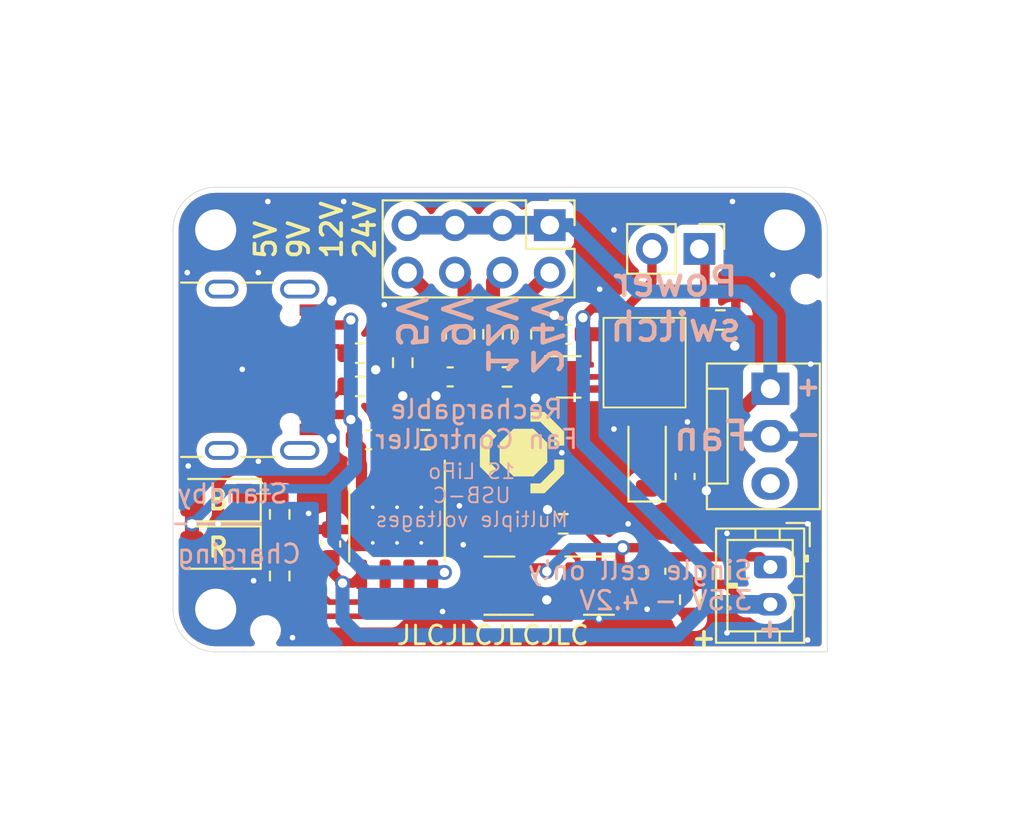
<source format=kicad_pcb>
(kicad_pcb (version 20240108) (generator "pcbnew") (generator_version "8.0")
  (title_block (title "USB Fan") (company "Abit Gray"))
  (layers (0 "F.Cu" signal) (1 "In1.Cu" power "In1.Cu (GND)") (2 "In2.Cu" power "In2.Cu (Vcc)") (31 "B.Cu" signal) (34 "B.Paste" user) (35 "F.Paste" user) (36 "B.SilkS" user "B.Silkscreen") (37 "F.SilkS" user "F.Silkscreen") (38 "B.Mask" user) (39 "F.Mask" user) (44 "Edge.Cuts" user))
  (net 0 "")
  (net 1 "GND")
  (net 2 "-BATT")
  (net 3 "+5V")
  (net 4 "+BATT")
  (net 5 "/DW01A Vcc")
  (net 6 "Net-(C5-Pad1)")
  (net 7 "Net-(D3-K)")
  (net 8 "Net-(D4-K)")
  (net 9 "Net-(D1-A)")
  (net 10 "Net-(J1-CC1)")
  (net 12 "Net-(J1-CC2)")
  (net 15 "/FET Charge")
  (net 16 "/FET Discharge")
  (net 17 "/Standby")
  (net 18 "/Charging")
  (net 19 "/Prog")
  (net 22 "Net-(U2-VM)")
  (net 28 "Net-(J3-Pin_2)")
  (net 29 "Net-(J3-Pin_4)")
  (net 30 "Net-(J3-Pin_6)")
  (net 31 "Net-(J3-Pin_8)")
  (net 32 "Net-(U4-COMP)")
  (net 33 "FB")
  (net 34 "/V_{OUT}")
  (net 35 "Net-(SW1-A)")
  (footprint "Capacitor_SMD:C_0603_1608Metric" (layer "F.Cu") (at 99.685 45.212 180)
    (property "Reference" "C4" (hide yes))
    (property "Value" "4.7uF")
    (pad "1" smd roundrect (at -0.775 0 180) (size 0.9 0.95) (layers "F.Cu" "F.Paste" "F.Mask") (net 4 "+BATT"))
    (pad "2" smd roundrect (at 0.775 0 180) (size 0.9 0.95) (layers "F.Cu" "F.Paste" "F.Mask") (net 1 "GND"))
  )
  (footprint "Resistor_SMD:R_0603_1608Metric" (layer "F.Cu") (at 106.172 59.436 90)
    (property "Reference" "R7" (hide yes))
    (property "Value" "100R")
    (pad "1" smd roundrect (at -0.825 0 90) (size 0.8 0.95) (layers "F.Cu" "F.Paste" "F.Mask") (net 5 "/DW01A Vcc"))
    (pad "2" smd roundrect (at 0.825 0 90) (size 0.8 0.95) (layers "F.Cu" "F.Paste" "F.Mask") (net 4 "+BATT"))
  )
  (footprint "Package_TO_SOT_SMD:SOT-23-6" (layer "F.Cu") (at 95.97 58.684 180)
    (property "Reference" "U3" (hide yes))
    (property "Value" "FS8205A")
    (pad "1" smd roundrect (at -1.1375 -0.95 180) (size 1.325 0.6) (layers "F.Cu" "F.Paste" "F.Mask") (net 1 "GND"))
    (pad "2" smd roundrect (at -1.1375 0 180) (size 1.325 0.6) (layers "F.Cu" "F.Paste" "F.Mask"))
    (pad "3" smd roundrect (at -1.1375 0.95 180) (size 1.325 0.6) (layers "F.Cu" "F.Paste" "F.Mask") (net 2 "-BATT"))
    (pad "4" smd roundrect (at 1.1375 0.95 180) (size 1.325 0.6) (layers "F.Cu" "F.Paste" "F.Mask") (net 16 "/FET Discharge"))
    (pad "5" smd roundrect (at 1.1375 0 180) (size 1.325 0.6) (layers "F.Cu" "F.Paste" "F.Mask"))
    (pad "6" smd roundrect (at 1.1375 -0.95 180) (size 1.325 0.6) (layers "F.Cu" "F.Paste" "F.Mask") (net 15 "/FET Charge"))
  )
  (footprint "Resistor_SMD:R_0603_1608Metric" (layer "F.Cu") (at 92.583 45.217 -90)
    (property "Reference" "R12" (hide yes))
    (property "Value" "180k")
    (pad "1" smd roundrect (at -0.825 0 270) (size 0.8 0.95) (layers "F.Cu" "F.Paste" "F.Mask") (net 31 "Net-(J3-Pin_8)"))
    (pad "2" smd roundrect (at 0.825 0 270) (size 0.8 0.95) (layers "F.Cu" "F.Paste" "F.Mask") (net 33 "FB"))
  )
  (footprint "Capacitor_SMD:C_0603_1608Metric" (layer "F.Cu") (at 104.352 57.912 90)
    (property "Reference" "C3" (hide yes))
    (property "Value" "100nF")
    (pad "1" smd roundrect (at -0.775 0 90) (size 0.9 0.95) (layers "F.Cu" "F.Paste" "F.Mask") (net 5 "/DW01A Vcc"))
    (pad "2" smd roundrect (at 0.775 0 90) (size 0.9 0.95) (layers "F.Cu" "F.Paste" "F.Mask") (net 2 "-BATT"))
  )
  (footprint "Capacitor_SMD:C_0603_1608Metric" (layer "F.Cu") (at 88.9635 50.8635)
    (property "Reference" "C1" (hide yes))
    (property "Value" "100nF")
    (pad "1" smd roundrect (at -0.775 0) (size 0.9 0.95) (layers "F.Cu" "F.Paste" "F.Mask") (net 3 "+5V"))
    (pad "2" smd roundrect (at 0.775 0) (size 0.9 0.95) (layers "F.Cu" "F.Paste" "F.Mask") (net 1 "GND"))
  )
  (footprint "Resistor_SMD:R_0603_1608Metric" (layer "F.Cu") (at 97.155 45.217 -90)
    (property "Reference" "R9" (hide yes))
    (property "Value" "30k")
    (pad "1" smd roundrect (at -0.825 0 270) (size 0.8 0.95) (layers "F.Cu" "F.Paste" "F.Mask") (net 28 "Net-(J3-Pin_2)"))
    (pad "2" smd roundrect (at 0.825 0 270) (size 0.8 0.95) (layers "F.Cu" "F.Paste" "F.Mask") (net 33 "FB"))
  )
  (footprint "Resistor_SMD:R_0603_1608Metric" (layer "F.Cu") (at 99.393 55.372 180)
    (property "Reference" "R6" (hide yes))
    (property "Value" "1k")
    (pad "1" smd roundrect (at -0.825 0 180) (size 0.8 0.95) (layers "F.Cu" "F.Paste" "F.Mask") (net 22 "Net-(U2-VM)"))
    (pad "2" smd roundrect (at 0.825 0 180) (size 0.8 0.95) (layers "F.Cu" "F.Paste" "F.Mask") (net 1 "GND"))
  )
  (footprint "Resistor_SMD:R_0603_1608Metric" (layer "F.Cu") (at 92.0115 50.8635 180)
    (property "Reference" "R5" (hide yes))
    (property "Value" "1.2k")
    (pad "1" smd roundrect (at -0.825 0 180) (size 0.8 0.95) (layers "F.Cu" "F.Paste" "F.Mask") (net 1 "GND"))
    (pad "2" smd roundrect (at 0.825 0 180) (size 0.8 0.95) (layers "F.Cu" "F.Paste" "F.Mask") (net 19 "/Prog"))
  )
  (footprint "Capacitor_SMD:C_0603_1608Metric" (layer "F.Cu") (at 105.918 52.832 -90)
    (property "Reference" "C6" (hide yes))
    (property "Value" "4.7uF")
    (pad "1" smd roundrect (at -0.775 0 270) (size 0.9 0.95) (layers "F.Cu" "F.Paste" "F.Mask") (net 34 "/V_{OUT}"))
    (pad "2" smd roundrect (at 0.775 0 270) (size 0.9 0.95) (layers "F.Cu" "F.Paste" "F.Mask") (net 1 "GND"))
  )
  (footprint "Resistor_SMD:R_0603_1608Metric" (layer "F.Cu") (at 90.795 46.736 -90)
    (property "Reference" "R13" (hide yes))
    (property "Value" "10k")
    (pad "1" smd roundrect (at -0.825 0 270) (size 0.8 0.95) (layers "F.Cu" "F.Paste" "F.Mask") (net 33 "FB"))
    (pad "2" smd roundrect (at 0.825 0 270) (size 0.8 0.95) (layers "F.Cu" "F.Paste" "F.Mask") (net 1 "GND"))
  )
  (footprint "MountingHole:MountingHole_2.2mm_M2_ISO7380_Pad" (layer "F.Cu") (at 80.772 39.624)
    (property "Reference" "H3" (hide yes))
    (property "Value" "MountingHole_Pad")
    (pad "1" thru_hole circle (at 0 0) (size 3.5 3.5) (drill 2.2) (layers "*.Cu" "*.Mask") (net 1 "GND"))
  )
  (footprint "MountingHole:MountingHole_2.2mm_M2_ISO7380_Pad" (layer "F.Cu") (at 111.252 39.624)
    (property "Reference" "H4" (hide yes))
    (property "Value" "MountingHole_Pad")
    (pad "1" thru_hole circle (at 0 0) (size 3.5 3.5) (drill 2.2) (layers "*.Cu" "*.Mask") (net 1 "GND"))
  )
  (footprint "Connector_JST:JST_PH_B2B-PH-K_1x02_P2.00mm_Vertical" (layer "F.Cu") (at 110.49 57.684 -90)
    (property "Reference" "BT1" (hide yes))
    (property "Value" "Conn_01x02")
    (pad "1" thru_hole roundrect (at 0 0 270) (size 1.2 1.75) (drill 0.75) (layers "*.Cu" "*.Mask") (roundrect_rratio 0.208333) (net 2 "-BATT"))
    (pad "2" thru_hole oval (at 2 0 270) (size 1.2 1.75) (drill 0.75) (layers "*.Cu" "*.Mask") (net 4 "+BATT"))
  )
  (footprint "Connector_USB:USB_C_Receptacle_GCT_USB4105-xx-A_16P_TopMnt_Horizontal" (layer "F.Cu") (at 82.169 47.117 -90)
    (property "Reference" "J1" (hide yes))
    (property "Value" "USB-C (Female)")
    (pad "" np_thru_hole circle (at -2.89 -2.605 270) (size 0.65 0.65) (drill 0.65) (layers "F&B.Cu" "*.Mask"))
    (pad "" np_thru_hole circle (at 2.89 -2.605 270) (size 0.65 0.65) (drill 0.65) (layers "F&B.Cu" "*.Mask"))
    (pad "A1" smd rect (at -3.2 -3.68 270) (size 0.6 1.15) (layers "F.Cu" "F.Paste" "F.Mask") (net 1 "GND"))
    (pad "A4" smd rect (at -2.4 -3.68 270) (size 0.6 1.15) (layers "F.Cu" "F.Paste" "F.Mask") (net 3 "+5V"))
    (pad "A5" smd rect (at -1.25 -3.68 270) (size 0.3 1.15) (layers "F.Cu" "F.Paste" "F.Mask") (net 10 "Net-(J1-CC1)"))
    (pad "A6" smd rect (at -0.25 -3.68 270) (size 0.3 1.15) (layers "F.Cu" "F.Paste" "F.Mask"))
    (pad "A7" smd rect (at 0.25 -3.68 270) (size 0.3 1.15) (layers "F.Cu" "F.Paste" "F.Mask"))
    (pad "A8" smd rect (at 1.25 -3.68 270) (size 0.3 1.15) (layers "F.Cu" "F.Paste" "F.Mask"))
    (pad "A9" smd rect (at 2.4 -3.68 270) (size 0.6 1.15) (layers "F.Cu" "F.Paste" "F.Mask") (net 3 "+5V"))
    (pad "A12" smd rect (at 3.2 -3.68 270) (size 0.6 1.15) (layers "F.Cu" "F.Paste" "F.Mask") (net 1 "GND"))
    (pad "B1" smd rect (at 3.2 -3.68 270) (size 0.6 1.15) (layers "F.Cu" "F.Paste" "F.Mask") (net 1 "GND"))
    (pad "B4" smd rect (at 2.4 -3.68 270) (size 0.6 1.15) (layers "F.Cu" "F.Paste" "F.Mask") (net 3 "+5V"))
    (pad "B5" smd rect (at 1.75 -3.68 270) (size 0.3 1.15) (layers "F.Cu" "F.Paste" "F.Mask") (net 12 "Net-(J1-CC2)"))
    (pad "B6" smd rect (at 0.75 -3.68 270) (size 0.3 1.15) (layers "F.Cu" "F.Paste" "F.Mask"))
    (pad "B7" smd rect (at -0.75 -3.68 270) (size 0.3 1.15) (layers "F.Cu" "F.Paste" "F.Mask"))
    (pad "B8" smd rect (at -1.75 -3.68 270) (size 0.3 1.15) (layers "F.Cu" "F.Paste" "F.Mask"))
    (pad "B9" smd rect (at -2.4 -3.68 270) (size 0.6 1.15) (layers "F.Cu" "F.Paste" "F.Mask") (net 3 "+5V"))
    (pad "B12" smd rect (at -3.2 -3.68 270) (size 0.6 1.15) (layers "F.Cu" "F.Paste" "F.Mask") (net 1 "GND"))
    (pad "S1" thru_hole oval (at -4.32 -3.105 270) (size 1 2.1) (drill oval 0.6 1.7) (layers "*.Cu" "*.Mask" "F.Paste"))
    (pad "S1" thru_hole oval (at -4.32 1.075 270) (size 1 1.8) (drill oval 0.6 1.4) (layers "*.Cu" "*.Mask" "F.Paste"))
    (pad "S1" thru_hole oval (at 4.32 -3.105 270) (size 1 2.1) (drill oval 0.6 1.7) (layers "*.Cu" "*.Mask" "F.Paste"))
    (pad "S1" thru_hole oval (at 4.32 1.075 270) (size 1 1.8) (drill oval 0.6 1.4) (layers "*.Cu" "*.Mask" "F.Paste"))
  )
  (footprint "Custom:JLCPCB ToolingHole" (layer "F.Cu") (at 83.439 61.087)
    (property "Reference" "H1" (hide yes))
    (property "Value" "MountingHole_Pad")
    (pad "" np_thru_hole circle (at 0 0) (size 1.152 1.152) (drill 1.152) (layers "F&B.Cu" "*.Mask"))
  )
  (footprint "Custom:JLCPCB ToolingHole" (layer "F.Cu") (at 112.395 42.799)
    (property "Reference" "H2" (hide yes))
    (property "Value" "MountingHole_Pad")
    (pad "" np_thru_hole circle (at 0 0) (size 1.152 1.152) (drill 1.152) (layers "F&B.Cu" "*.Mask"))
  )
  (footprint "MountingHole:MountingHole_2.2mm_M2_ISO7380_Pad" (layer "F.Cu") (at 80.772 59.944)
    (property "Reference" "H6" (hide yes))
    (property "Value" "MountingHole_Pad")
    (pad "1" thru_hole circle (at 0 0) (size 3.5 3.5) (drill 2.2) (layers "*.Cu" "*.Mask") (net 1 "GND"))
  )
  (footprint "Resistor_SMD:R_0603_1608Metric" (layer "F.Cu") (at 88.519 46.228)
    (property "Reference" "R1" (hide yes))
    (property "Value" "5.1k")
    (pad "1" smd roundrect (at -0.825 0) (size 0.8 0.95) (layers "F.Cu" "F.Paste" "F.Mask") (net 10 "Net-(J1-CC1)"))
    (pad "2" smd roundrect (at 0.825 0) (size 0.8 0.95) (layers "F.Cu" "F.Paste" "F.Mask") (net 1 "GND"))
  )
  (footprint "Resistor_SMD:R_0603_1608Metric" (layer "F.Cu") (at 84.201 58.166 90)
    (property "Reference" "R4" (hide yes))
    (property "Value" "10k")
    (pad "1" smd roundrect (at -0.825 0 90) (size 0.8 0.95) (layers "F.Cu" "F.Paste" "F.Mask") (net 18 "/Charging"))
    (pad "2" smd roundrect (at 0.825 0 90) (size 0.8 0.95) (layers "F.Cu" "F.Paste" "F.Mask") (net 8 "Net-(D4-K)"))
  )
  (footprint "Connector:FanPinHeader_1x03_P2.54mm_Vertical" (layer "F.Cu") (at 110.49 48.133 -90)
    (property "Reference" "J2" (hide yes))
    (property "Value" "Fan")
    (pad "1" thru_hole rect (at 0 0) (size 2.03 1.73) (drill 1.02) (layers "*.Cu" "*.Mask") (net 34 "/V_{OUT}"))
    (pad "2" thru_hole oval (at 2.54 0) (size 2.03 1.73) (drill 1.02) (layers "*.Cu" "*.Mask") (net 1 "GND"))
    (pad "3" thru_hole oval (at 5.08 0) (size 2.03 1.73) (drill 1.02) (layers "*.Cu" "*.Mask"))
  )
  (footprint "Resistor_SMD:R_0603_1608Metric" (layer "F.Cu") (at 107.813 44.45)
    (property "Reference" "R14" (hide yes))
    (property "Value" "10k")
    (pad "1" smd roundrect (at -0.825 0) (size 0.8 0.95) (layers "F.Cu" "F.Paste" "F.Mask") (net 35 "Net-(SW1-A)"))
    (pad "2" smd roundrect (at 0.825 0) (size 0.8 0.95) (layers "F.Cu" "F.Paste" "F.Mask") (net 1 "GND"))
  )
  (footprint "Package_SO:HSOP-8-1EP_3.9x4.9mm_P1.27mm_EP2.41x3.1mm_ThermalVias" (layer "F.Cu") (at 90.4875 55.4355 -90)
    (property "Reference" "U1" (hide yes))
    (property "Value" "TP4056")
    (pad "1" smd roundrect (at -2.65 -1.905 270) (size 1.6 0.6) (layers "F.Cu" "F.Paste" "F.Mask") (net 1 "GND"))
    (pad "2" smd roundrect (at -2.65 -0.635 270) (size 1.6 0.6) (layers "F.Cu" "F.Paste" "F.Mask") (net 19 "/Prog"))
    (pad "3" smd roundrect (at -2.65 0.635 270) (size 1.6 0.6) (layers "F.Cu" "F.Paste" "F.Mask") (net 1 "GND"))
    (pad "4" smd roundrect (at -2.65 1.905 270) (size 1.6 0.6) (layers "F.Cu" "F.Paste" "F.Mask") (net 3 "+5V"))
    (pad "5" smd roundrect (at 2.65 1.905 270) (size 1.6 0.6) (layers "F.Cu" "F.Paste" "F.Mask") (net 4 "+BATT"))
    (pad "6" smd roundrect (at 2.65 0.635 270) (size 1.6 0.6) (layers "F.Cu" "F.Paste" "F.Mask") (net 17 "/Standby"))
    (pad "7" smd roundrect (at 2.65 -0.635 270) (size 1.6 0.6) (layers "F.Cu" "F.Paste" "F.Mask") (net 18 "/Charging"))
    (pad "8" smd roundrect (at 2.65 -1.905 270) (size 1.6 0.6) (layers "F.Cu" "F.Paste" "F.Mask") (net 3 "+5V"))
    (pad "9" thru_hole circle (at -0.955 -1.3 270) (size 0.5 0.5) (drill 0.2) (layers "*.Cu") (net 1 "GND"))
    (pad "9" thru_hole circle (at -0.955 0 270) (size 0.5 0.5) (drill 0.2) (layers "*.Cu") (net 1 "GND"))
    (pad "9" thru_hole circle (at -0.955 1.3 270) (size 0.5 0.5) (drill 0.2) (layers "*.Cu") (net 1 "GND"))
    (pad "9" smd rect (at 0 0 270) (size 2.41 3.1) (layers "F.Cu" "F.Mask") (net 1 "GND"))
    (pad "9" smd rect (at 0 0 270) (size 2.41 3.1) (layers "B.Cu") (net 1 "GND"))
    (pad "9" thru_hole circle (at 0.955 -1.3 270) (size 0.5 0.5) (drill 0.2) (layers "*.Cu") (net 1 "GND"))
    (pad "9" thru_hole circle (at 0.955 0 270) (size 0.5 0.5) (drill 0.2) (layers "*.Cu") (net 1 "GND"))
    (pad "9" thru_hole circle (at 0.955 1.3 270) (size 0.5 0.5) (drill 0.2) (layers "*.Cu") (net 1 "GND"))
  )
  (footprint "Custom:Inductor 4x4" (layer "F.Cu") (at 103.749 46.736)
    (property "Reference" "L1" (hide yes))
    (property "Value" "10uH")
    (pad "1" smd roundrect (at 0 -1.5) (size 3.7 1.2) (layers "F.Cu" "F.Paste" "F.Mask") (net 4 "+BATT"))
    (pad "2" smd roundrect (at 0 1.5) (size 3.7 1.2) (layers "F.Cu" "F.Paste" "F.Mask") (net 9 "Net-(D1-A)"))
  )
  (footprint "Resistor_SMD:R_0603_1608Metric" (layer "F.Cu") (at 84.201 54.864 90)
    (property "Reference" "R3" (hide yes))
    (property "Value" "10k")
    (pad "1" smd roundrect (at -0.825 0 90) (size 0.8 0.95) (layers "F.Cu" "F.Paste" "F.Mask") (net 17 "/Standby"))
    (pad "2" smd roundrect (at 0.825 0 90) (size 0.8 0.95) (layers "F.Cu" "F.Paste" "F.Mask") (net 7 "Net-(D3-K)"))
  )
  (footprint "Resistor_SMD:R_0603_1608Metric" (layer "F.Cu") (at 88.519 48.006)
    (property "Reference" "R2" (hide yes))
    (property "Value" "5.1k")
    (pad "1" smd roundrect (at -0.825 0) (size 0.8 0.95) (layers "F.Cu" "F.Paste" "F.Mask") (net 12 "Net-(J1-CC2)"))
    (pad "2" smd roundrect (at 0.825 0) (size 0.8 0.95) (layers "F.Cu" "F.Paste" "F.Mask") (net 1 "GND"))
  )
  (footprint "Resistor_SMD:R_0603_1608Metric" (layer "F.Cu") (at 94.107 45.217 -90)
    (property "Reference" "R11" (hide yes))
    (property "Value" "82k")
    (pad "1" smd roundrect (at -0.825 0 270) (size 0.8 0.95) (layers "F.Cu" "F.Paste" "F.Mask") (net 30 "Net-(J3-Pin_6)"))
    (pad "2" smd roundrect (at 0.825 0 270) (size 0.8 0.95) (layers "F.Cu" "F.Paste" "F.Mask") (net 33 "FB"))
  )
  (footprint "Capacitor_SMD:C_0603_1608Metric" (layer "F.Cu") (at 93.335 47.498 180)
    (property "Reference" "C5" (hide yes))
    (property "Value" "10nF")
    (pad "1" smd roundrect (at -0.775 0 180) (size 0.9 0.95) (layers "F.Cu" "F.Paste" "F.Mask") (net 6 "Net-(C5-Pad1)"))
    (pad "2" smd roundrect (at 0.775 0 180) (size 0.9 0.95) (layers "F.Cu" "F.Paste" "F.Mask") (net 1 "GND"))
  )
  (footprint "Package_DFN_QFN:DFN-6-1EP_2x2mm_P0.65mm_EP1.01x1.7mm" (layer "F.Cu") (at 99.685 47.498)
    (property "Reference" "U4" (hide yes))
    (property "Value" "TPS61170")
    (pad "1" smd roundrect (at -1.0275 -0.65) (size 0.645 0.3) (layers "F.Cu" "F.Paste" "F.Mask") (net 33 "FB"))
    (pad "2" smd roundrect (at -1.0275 0) (size 0.645 0.3) (layers "F.Cu" "F.Paste" "F.Mask") (net 32 "Net-(U4-COMP)"))
    (pad "3" smd roundrect (at -1.0275 0.65) (size 0.645 0.3) (layers "F.Cu" "F.Paste" "F.Mask") (net 1 "GND"))
    (pad "4" smd roundrect (at 1.0275 0.65) (size 0.645 0.3) (layers "F.Cu" "F.Paste" "F.Mask") (net 9 "Net-(D1-A)"))
    (pad "5" smd roundrect (at 1.0275 0) (size 0.645 0.3) (layers "F.Cu" "F.Paste" "F.Mask") (net 35 "Net-(SW1-A)"))
    (pad "6" smd roundrect (at 1.0275 -0.65) (size 0.645 0.3) (layers "F.Cu" "F.Paste" "F.Mask") (net 4 "+BATT"))
    (pad "7" smd rect (at 0 0) (size 1.01 1.7) (layers "F.Cu" "F.Mask") (net 1 "GND"))
  )
  (footprint "Resistor_SMD:R_0603_1608Metric" (layer "F.Cu") (at 96.383 47.498 180)
    (property "Reference" "R8" (hide yes))
    (property "Value" "4.99k")
    (pad "1" smd roundrect (at -0.825 0 180) (size 0.8 0.95) (layers "F.Cu" "F.Paste" "F.Mask") (net 32 "Net-(U4-COMP)"))
    (pad "2" smd roundrect (at 0.825 0 180) (size 0.8 0.95) (layers "F.Cu" "F.Paste" "F.Mask") (net 6 "Net-(C5-Pad1)"))
  )
  (footprint "Resistor_SMD:R_0603_1608Metric" (layer "F.Cu") (at 95.631 45.217 -90)
    (property "Reference" "R10" (hide yes))
    (property "Value" "62k")
    (pad "1" smd roundrect (at -0.825 0 270) (size 0.8 0.95) (layers "F.Cu" "F.Paste" "F.Mask") (net 29 "Net-(J3-Pin_4)"))
    (pad "2" smd roundrect (at 0.825 0 270) (size 0.8 0.95) (layers "F.Cu" "F.Paste" "F.Mask") (net 33 "FB"))
  )
  (footprint "LED_SMD:LED_1206_3216Metric" (layer "F.Cu") (at 80.899 54.102 180)
    (property "Reference" "D3" (hide yes))
    (property "Value" "Blue")
    (pad "1" smd roundrect (at -1.4 0 180) (size 1.25 1.75) (layers "F.Cu" "F.Paste" "F.Mask") (roundrect_rratio 0.2) (net 7 "Net-(D3-K)"))
    (pad "2" smd roundrect (at 1.4 0 180) (size 1.25 1.75) (layers "F.Cu" "F.Paste" "F.Mask") (roundrect_rratio 0.2) (net 3 "+5V"))
  )
  (footprint "Diode_SMD:D_SOD-123" (layer "F.Cu") (at 103.886 51.816 90)
    (property "Reference" "D1" (hide yes))
    (property "Value" "MBR0540")
    (pad "1" smd roundrect (at -1.65 0 90) (size 0.9 1.2) (layers "F.Cu" "F.Paste" "F.Mask") (net 34 "/V_{OUT}"))
    (pad "2" smd roundrect (at 1.65 0 90) (size 0.9 1.2) (layers "F.Cu" "F.Paste" "F.Mask") (net 9 "Net-(D1-A)"))
  )
  (footprint "Capacitor_SMD:C_0603_1608Metric" (layer "F.Cu") (at 86.9315 56.4515 90)
    (property "Reference" "C2" (hide yes))
    (property "Value" "10uF")
    (pad "1" smd roundrect (at -0.775 0 90) (size 0.9 0.95) (layers "F.Cu" "F.Paste" "F.Mask") (net 4 "+BATT"))
    (pad "2" smd roundrect (at 0.775 0 90) (size 0.9 0.95) (layers "F.Cu" "F.Paste" "F.Mask") (net 1 "GND"))
  )
  (footprint "LED_SMD:LED_1206_3216Metric" (layer "F.Cu") (at 80.899 56.642 180)
    (property "Reference" "D4" (hide yes))
    (property "Value" "Red")
    (pad "1" smd roundrect (at -1.4 0 180) (size 1.25 1.75) (layers "F.Cu" "F.Paste" "F.Mask") (roundrect_rratio 0.2) (net 8 "Net-(D4-K)"))
    (pad "2" smd roundrect (at 1.4 0 180) (size 1.25 1.75) (layers "F.Cu" "F.Paste" "F.Mask") (roundrect_rratio 0.2) (net 3 "+5V"))
  )
  (footprint "Connector_PinHeader_2.54mm:PinHeader_2x04_P2.54mm_Vertical" (layer "F.Cu") (at 98.669 39.37 -90)
    (property "Reference" "J3" (hide yes))
    (property "Value" "Fan Voltage")
    (pad "1" thru_hole rect (at 0 0 270) (size 1.7 1.7) (drill 1) (layers "*.Cu" "*.Mask") (net 34 "/V_{OUT}"))
    (pad "2" thru_hole oval (at 2.54 0 270) (size 1.7 1.7) (drill 1) (layers "*.Cu" "*.Mask") (net 28 "Net-(J3-Pin_2)"))
    (pad "3" thru_hole oval (at 0 2.54 270) (size 1.7 1.7) (drill 1) (layers "*.Cu" "*.Mask") (net 34 "/V_{OUT}"))
    (pad "4" thru_hole oval (at 2.54 2.54 270) (size 1.7 1.7) (drill 1) (layers "*.Cu" "*.Mask") (net 29 "Net-(J3-Pin_4)"))
    (pad "5" thru_hole oval (at 0 5.08 270) (size 1.7 1.7) (drill 1) (layers "*.Cu" "*.Mask") (net 34 "/V_{OUT}"))
    (pad "6" thru_hole oval (at 2.54 5.08 270) (size 1.7 1.7) (drill 1) (layers "*.Cu" "*.Mask") (net 30 "Net-(J3-Pin_6)"))
    (pad "7" thru_hole oval (at 0 7.62 270) (size 1.7 1.7) (drill 1) (layers "*.Cu" "*.Mask") (net 34 "/V_{OUT}"))
    (pad "8" thru_hole oval (at 2.54 7.62 270) (size 1.7 1.7) (drill 1) (layers "*.Cu" "*.Mask") (net 31 "Net-(J3-Pin_8)"))
  )
  (footprint "Connector_PinHeader_2.54mm:PinHeader_1x02_P2.54mm_Vertical" (layer "F.Cu") (at 106.685 40.64 -90)
    (property "Reference" "SW1" (hide yes))
    (property "Value" "Power")
    (pad "1" thru_hole rect (at 0 0 270) (size 1.7 1.7) (drill 1) (layers "*.Cu" "*.Mask") (net 35 "Net-(SW1-A)"))
    (pad "2" thru_hole oval (at 0 2.54 270) (size 1.7 1.7) (drill 1) (layers "*.Cu" "*.Mask") (net 4 "+BATT"))
  )
  (footprint "Package_TO_SOT_SMD:SOT-23-6" (layer "F.Cu") (at 101.304 58.684)
    (property "Reference" "U2" (hide yes))
    (property "Value" "DW01A-G")
    (pad "1" smd roundrect (at -1.1375 -0.95) (size 1.325 0.6) (layers "F.Cu" "F.Paste" "F.Mask") (net 16 "/FET Discharge"))
    (pad "2" smd roundrect (at -1.1375 0) (size 1.325 0.6) (layers "F.Cu" "F.Paste" "F.Mask") (net 22 "Net-(U2-VM)"))
    (pad "3" smd roundrect (at -1.1375 0.95) (size 1.325 0.6) (layers "F.Cu" "F.Paste" "F.Mask") (net 15 "/FET Charge"))
    (pad "4" smd roundrect (at 1.1375 0.95) (size 1.325 0.6) (layers "F.Cu" "F.Paste" "F.Mask"))
    (pad "5" smd roundrect (at 1.1375 0) (size 1.325 0.6) (layers "F.Cu" "F.Paste" "F.Mask") (net 5 "/DW01A Vcc"))
    (pad "6" smd roundrect (at 1.1375 -0.95) (size 1.325 0.6) (layers "F.Cu" "F.Paste" "F.Mask") (net 2 "-BATT"))
  )
  (gr_line (start 78.613 55.372) (end 83.185 55.372) (stroke (width 0.1524)) (layer "B.SilkS"))
  (gr_poly (pts (xy 98.912532 52.457821) (xy 98.164178 53.206177) (xy 97.635011 53.206177) (xy 97.635011 53.735343) (xy 98.383366 53.735343) (xy 99.441699 52.67701) (xy 99.441699 51.928656) (xy 98.912532 51.928657)) (fill solid) (layer "F.SilkS"))
  (gr_poly (pts (xy 97.635011 49.90278) (xy 98.164178 49.90278) (xy 98.912532 50.651134) (xy 98.912532 51.180301) (xy 99.441699 51.180301) (xy 99.441699 50.431946) (xy 98.383366 49.373613) (xy 97.635011 49.373613)) (fill solid) (layer "F.SilkS"))
  (gr_poly (pts (xy 94.924979 50.806123) (xy 94.924979 52.302833) (xy 95.454146 52.831999) (xy 95.828322 52.457822) (xy 95.454146 52.083645) (xy 95.454146 51.025312) (xy 95.828323 50.651134) (xy 95.454146 50.276957)) (fill solid) (layer "F.SilkS"))
  (gr_poly (pts (xy 95.983312 51.025312) (xy 95.983313 52.083645) (xy 96.731667 52.831999) (xy 97.79 52.832) (xy 98.538355 52.083645) (xy 98.538355 51.025312) (xy 97.79 50.276957) (xy 96.731668 50.276957)) (fill solid) (layer "F.SilkS"))
  (gr_arc (start 111.252 37.338) (mid 112.868446 38.007554) (end 113.538 39.624) (stroke (width 0.0381)) (layer "Edge.Cuts"))
  (gr_arc (start 78.486 39.624) (mid 79.155554 38.007554) (end 80.772 37.338) (stroke (width 0.0381)) (layer "Edge.Cuts"))
  (gr_line (start 113.538 62.23) (end 80.772 62.23) (stroke (width 0.0381)) (layer "Edge.Cuts"))
  (gr_arc (start 80.772 62.23) (mid 79.155554 61.560446) (end 78.486 59.944) (stroke (width 0.0381)) (layer "Edge.Cuts"))
  (gr_line (start 80.772 37.338) (end 111.252 37.338) (stroke (width 0.0381)) (layer "Edge.Cuts"))
  (gr_line (start 78.486 59.944) (end 78.486 39.624) (stroke (width 0.0381)) (layer "Edge.Cuts"))
  (gr_line (start 113.538 39.624) (end 113.538 62.23) (stroke (width 0.0381)) (layer "Edge.Cuts"))
  (gr_text "Rechargable\nFan Controller" (at 94.742 50.038 0) (layer "B.SilkS") (effects (font (size 1 1)) (justify mirror)))
  (gr_text "Standby\n\nCharging" (at 78.613 55.372 0) (layer "B.SilkS") (effects (font (size 1 1)) (justify right mirror)))
  (gr_text "+" (at 112.522 48.006 0) (layer "B.SilkS") (effects (font (size 1 1) (thickness 0.2) (bold yes)) (justify mirror)))
  (gr_text "Single cell only\n3.5V - 4.2V" (at 109.601 58.674 0) (layer "B.SilkS") (effects (font (size 1 1)) (justify left mirror)))
  (gr_text "Fan" (at 109.474 50.673 0) (layer "B.SilkS") (effects (font (size 1.5 1.5) (thickness 0.25) (bold yes)) (justify left mirror)))
  (gr_text "24V\n12V\n9V\n5V" (at 94.859 43.053 270) (layer "B.SilkS") (effects (font (size 1.5 1.5) (thickness 0.25) (bold yes)) (justify right mirror)))
  (gr_text "-" (at 112.522 50.546 0) (layer "B.SilkS") (effects (font (size 1 1) (thickness 0.2) (bold yes)) (justify mirror)))
  (gr_text "Power\nswitch" (at 105.41 41.529 0) (layer "B.SilkS") (effects (font (size 1.5 1.5) (thickness 0.25) (bold yes)) (justify top mirror)))
  (gr_text "1S LiPo\nUSB-C\nMultiple voltages" (at 94.488 53.848 0) (layer "B.SilkS") (effects (font (size 0.8 0.8) (thickness 0.1)) (justify mirror)))
  (gr_text "+" (at 110.4674 60.96 0) (layer "B.SilkS") (effects (font (size 1 1) (thickness 0.2) (bold yes)) (justify mirror)))
  (gr_text "-" (at 112.522 50.546 0) (layer "F.SilkS") (effects (font (size 1 1) (thickness 0.2) (bold yes))))
  (gr_text "B" (at 80.899 54.102 0) (layer "F.SilkS") (effects (font (size 1 1) (thickness 0.2) (bold yes))))
  (gr_text "+" (at 106.934 61.468 0) (layer "F.SilkS") (effects (font (size 1 1) (thickness 0.2) (bold yes))))
  (gr_text "+" (at 112.522 48.006 0) (layer "F.SilkS") (effects (font (size 1 1) (thickness 0.2) (bold yes))))
  (gr_text "R" (at 80.899 56.642 0) (layer "F.SilkS") (effects (font (size 1 1) (thickness 0.2) (bold yes))))
  (gr_text "5V\n9V\n12V\n24V" (at 89.408 41.275 90) (layer "F.SilkS") (effects (font (size 1.1 1.1) (thickness 0.2) (bold yes)) (justify left bottom)))
  (gr_text "JLCJLCJLCJLC" (at 95.621 61.341 0) (layer "F.SilkS") (effects (font (size 1 1))))
  (segment (start 108.638 45.794) (end 108.638 44.45) (width 0.75) (layer "F.Cu") (net 1))
  (segment (start 86.512 43.917) (end 86.995 43.434) (width 0.5) (layer "F.Cu") (net 1))
  (segment (start 99.416 48.148) (end 98.6575 48.148) (width 0.25) (layer "F.Cu") (net 1))
  (segment (start 92.3925 53.8755) (end 91.7875 54.4805) (width 0.3) (layer "F.Cu") (net 1))
  (segment (start 92.573 48.514) (end 92.56 48.501) (width 0.5) (layer "F.Cu") (net 1))
  (segment (start 85.849 50.317) (end 86.512 50.317) (width 0.5) (layer "F.Cu") (net 1))
  (segment (start 98.51 59.446) (end 98.322 59.634) (width 0.5) (layer "F.Cu") (net 1))
  (segment (start 92.3925 52.7855) (end 92.3925 51.3075) (width 0.5) (layer "F.Cu") (net 1))
  (segment (start 90.795 48.514) (end 90.795 47.561) (width 0.5) (layer "F.Cu") (net 1))
  (segment (start 85.849 43.917) (end 86.512 43.917) (width 0.5) (layer "F.Cu") (net 1))
  (segment (start 89.2175 55.4355) (end 90.4875 55.4355) (width 0.5) (layer "F.Cu") (net 1))
  (segment (start 98.322 59.634) (end 97.1075 59.634) (width 0.5) (layer "F.Cu") (net 1))
  (segment (start 108.585 45.847) (end 108.638 45.794) (width 0.75) (layer "F.Cu") (net 1))
  (segment (start 98.568 54.626) (end 98.552 54.61) (width 0.75) (layer "F.Cu") (net 1))
  (segment (start 86.512 50.317) (end 86.995 50.8) (width 0.5) (layer "F.Cu") (net 1))
  (segment (start 105.918 53.607) (end 105.931 53.594) (width 0.75) (layer "F.Cu") (net 1))
  (segment (start 89.8525 52.7855) (end 89.8525 54.8005) (width 0.5) (layer "F.Cu") (net 1))
  (segment (start 89.8525 52.7855) (end 89.8525 50.9775) (width 0.5) (layer "F.Cu") (net 1))
  (segment (start 98.4 48.148) (end 97.907 48.641) (width 0.4) (layer "F.Cu") (net 1))
  (segment (start 92.3925 52.7855) (end 92.3925 53.8755) (width 0.3) (layer "F.Cu") (net 1))
  (segment (start 86.9315 55.6765) (end 86.9318 55.6768) (width 0.5) (layer "F.Cu") (net 1))
  (segment (start 88.9762 55.6768) (end 89.2175 55.4355) (width 0.5) (layer "F.Cu") (net 1))
  (segment (start 92.56 48.501) (end 92.56 47.498) (width 0.5) (layer "F.Cu") (net 1))
  (segment (start 98.6575 48.148) (end 98.4 48.148) (width 0.4) (layer "F.Cu") (net 1))
  (segment (start 92.3925 51.3075) (end 92.8365 50.8635) (width 0.5) (layer "F.Cu") (net 1))
  (segment (start 99.685 47.498) (end 99.685 47.879) (width 0.25) (layer "F.Cu") (net 1))
  (segment (start 105.931 53.594) (end 107.061 53.594) (width 0.75) (layer "F.Cu") (net 1))
  (segment (start 98.91 45.212) (end 98.91 44.209) (width 0.75) (layer "F.Cu") (net 1))
  (segment (start 89.8525 50.9775) (end 89.7385 50.8635) (width 0.5) (layer "F.Cu") (net 1))
  (segment (start 86.9318 55.6768) (end 88.9762 55.6768) (width 0.5) (layer "F.Cu") (net 1))
  (segment (start 98.91 44.209) (end 98.923 44.196) (width 0.75) (layer "F.Cu") (net 1))
  (segment (start 89.344 48.006) (end 89.344 46.228) (width 0.75) (layer "F.Cu") (net 1))
  (segment (start 98.568 55.372) (end 98.568 54.626) (width 0.75) (layer "F.Cu") (net 1))
  (segment (start 89.8525 54.8005) (end 90.4875 55.4355) (width 0.5) (layer "F.Cu") (net 1))
  (segment (start 99.685 47.879) (end 99.416 48.148) (width 0.25) (layer "F.Cu") (net 1))
  (via (at 83.058 52.0192) (size 0.5) (drill 0.3) (layers "F.Cu" "B.Cu") (net 1))
  (via (at 110.617 42.037) (size 0.5) (drill 0.3) (layers "F.Cu" "B.Cu") (net 1))
  (via (at 79.2988 52.2732) (size 0.5) (drill 0.3) (layers "F.Cu" "B.Cu") (net 1))
  (via (at 102.108 39.624) (size 0.5) (drill 0.3) (layers "F.Cu" "B.Cu") (net 1))
  (via (at 85.7504 54.8132) (size 0.5) (drill 0.3) (layers "F.Cu" "B.Cu") (net 1))
  (via (at 90.795 48.514) (size 0.8) (drill 0.5) (layers "F.Cu" "B.Cu") (net 1))
  (via (at 82.1944 47.0916) (size 0.5) (drill 0.3) (layers "F.Cu" "B.Cu") (net 1))
  (via (at 108.458 38.1) (size 0.5) (drill 0.3) (layers "F.Cu" "B.Cu") (net 1))
  (via (at 108.585 45.847) (size 0.8) (drill 0.5) (layers "F.Cu" "B.Cu") (net 1))
  (via (at 84.8868 61.468) (size 0.5) (drill 0.3) (layers "F.Cu" "B.Cu") (net 1))
  (via (at 92.926 60.071) (size 0.5) (drill 0.3) (layers "F.Cu" "B.Cu") (net 1))
  (via (at 86.995 50.8) (size 0.8) (drill 0.5) (layers "F.Cu" "B.Cu") (net 1))
  (via (at 93.8276 54.4068) (size 0.5) (drill 0.3) (layers "F.Cu" "B.Cu") (net 1))
  (via (at 89.8044 43.6372) (size 0.5) (drill 0.3) (layers "F.Cu" "B.Cu") (net 1))
  (via (at 102.87 55.372) (size 0.5) (drill 0.3) (layers "F.Cu" "B.Cu") (net 1))
  (via (at 112.484 55.372) (size 0.5) (drill 0.3) (layers "F.Cu" "B.Cu") (net 1))
  (via (at 108.166 55.88) (size 0.5) (drill 0.3) (layers "F.Cu" "B.Cu") (net 1))
  (via (at 86.995 43.434) (size 0.8) (drill 0.5) (layers "F.Cu" "B.Cu") (net 1))
  (via (at 103.886 59.944) (size 0.5) (drill 0.3) (layers "F.Cu" "B.Cu") (net 1))
  (via (at 92.573 48.514) (size 0.8) (drill 0.5) (layers "F.Cu" "B.Cu") (net 1))
  (via (at 94.0336 56.4896) (size 0.5) (drill 0.3) (layers "F.Cu" "B.Cu") (net 1))
  (via (at 107.061 53.594) (size 0.8) (drill 0.5) (layers "F.Cu" "B.Cu") (net 1))
  (via (at 98.552 54.61) (size 0.8) (drill 0.5) (layers "F.Cu" "B.Cu") (net 1))
  (via (at 89.344 47.117) (size 0.8) (drill 0.5) (layers "F.Cu" "B.Cu") (net 1))
  (via (at 112.649 46.8122) (size 0.5) (drill 0.3) (layers "F.Cu" "B.Cu") (net 1))
  (via (at 102.108 50.292) (size 0.5) (drill 0.3) (layers "F.Cu" "B.Cu") (net 1))
  (via (at 108.166 61.214) (size 0.5) (drill 0.3) (layers "F.Cu" "B.Cu") (net 1))
  (via (at 98.51 59.446) (size 0.8) (drill 0.5) (layers "F.Cu" "B.Cu") (net 1))
  (via (at 80.899 55.372) (size 0.5) (drill 0.3) (layers "F.Cu" "B.Cu") (net 1))
  (via (at 79.248 41.91) (size 0.5) (drill 0.3) (layers "F.Cu" "B.Cu") (net 1))
  (via (at 99.314 51.562) (size 0.5) (drill 0.3) (layers "F.Cu" "B.Cu") (net 1))
  (via (at 112.484 61.595) (size 0.5) (drill 0.3) (layers "F.Cu" "B.Cu") (net 1))
  (via (at 87.63 38.1) (size 0.5) (drill 0.3) (layers "F.Cu" "B.Cu") (net 1))
  (via (at 106.045 49.911) (size 0.5) (drill 0.3) (layers "F.Cu" "B.Cu") (net 1))
  (via (at 101.346 42.799) (size 0.5) (drill 0.3) (layers "F.Cu" "B.Cu") (net 1))
  (via (at 83.058 41.91) (size 0.5) (drill 0.3) (layers "F.Cu" "B.Cu") (net 1))
  (via (at 98.923 44.196) (size 0.8) (drill 0.5) (layers "F.Cu" "B.Cu") (net 1))
  (via (at 101.308 60.452) (size 0.5) (drill 0.3) (layers "F.Cu" "B.Cu") (net 1))
  (via (at 83.566 38.1) (size 0.5) (drill 0.3) (layers "F.Cu" "B.Cu") (net 1))
  (via (at 97.907 48.641) (size 0.8) (drill 0.5) (layers "F.Cu" "B.Cu") (net 1))
  (via (at 82.804 58.42) (size 0.5) (drill 0.3) (layers "F.Cu" "B.Cu") (net 1))
  (segment (start 104.352 57.137) (end 103.867 56.652) (width 0.5) (layer "F.Cu") (net 2))
  (segment (start 103.867 56.652) (end 102.574 56.652) (width 0.5) (layer "F.Cu") (net 2))
  (segment (start 109.943 57.137) (end 104.352 57.137) (width 0.5) (layer "F.Cu") (net 2))
  (segment (start 102.4415 56.7845) (end 102.4415 57.734) (width 0.5) (layer "F.Cu") (net 2))
  (segment (start 102.574 56.652) (end 102.4415 56.7845) (width 0.5) (layer "F.Cu") (net 2))
  (segment (start 98.322 57.734) (end 97.1075 57.734) (width 0.5) (layer "F.Cu") (net 2))
  (segment (start 110.49 57.684) (end 109.943 57.137) (width 0.5) (layer "F.Cu") (net 2))
  (segment (start 98.51 57.922) (end 98.322 57.734) (width 0.5) (layer "F.Cu") (net 2))
  (via (at 102.574 56.652) (size 0.8) (drill 0.5) (layers "F.Cu" "B.Cu") (net 2))
  (via (at 98.51 57.922) (size 0.8) (drill 0.5) (layers "F.Cu" "B.Cu") (net 2))
  (segment (start 102.574 56.652) (end 99.78 56.652) (width 0.5) (layer "B.Cu") (net 2))
  (segment (start 99.78 56.652) (end 98.51 57.922) (width 0.5) (layer "B.Cu") (net 2))
  (segment (start 85.849 44.717) (end 87.744 44.717) (width 0.5) (layer "F.Cu") (net 3))
  (segment (start 79.499 56.642) (end 79.499 54.102) (width 0.75) (layer "F.Cu") (net 3))
  (segment (start 88.1885 49.9615) (end 88.011 49.784) (width 0.75) (layer "F.Cu") (net 3))
  (segment (start 85.849 49.517) (end 87.744 49.517) (width 0.5) (layer "F.Cu") (net 3))
  (segment (start 88.1885 50.8635) (end 88.5825 51.2575) (width 0.5) (layer "F.Cu") (net 3))
  (segment (start 93.0275 57.9755) (end 92.5025 57.9755) (width 0.75) (layer "F.Cu") (net 3))
  (segment (start 92.5025 57.9755) (end 92.3925 58.0855) (width 0.75) (layer "F.Cu") (net 3))
  (segment (start 88.5825 51.2575) (end 88.5825 52.7855) (width 0.5) (layer "F.Cu") (net 3))
  (segment (start 87.744 49.517) (end 88.011 49.784) (width 0.5) (layer "F.Cu") (net 3))
  (segment (start 87.744 44.717) (end 88.011 44.45) (width 0.5) (layer "F.Cu") (net 3))
  (segment (start 88.1885 50.8635) (end 88.1885 49.9615) (width 0.75) (layer "F.Cu") (net 3))
  (via (at 88.011 44.45) (size 0.8) (drill 0.5) (layers "F.Cu" "B.Cu") (net 3))
  (via (at 93.0275 57.9755) (size 0.8) (drill 0.5) (layers "F.Cu" "B.Cu") (net 3))
  (via (at 79.499 55.372) (size 0.8) (drill 0.5) (layers "F.Cu" "B.Cu") (net 3))
  (via (at 88.011 49.784) (size 0.8) (drill 0.5) (layers "F.Cu" "B.Cu") (net 3))
  (segment (start 88.011 49.784) (end 88.011 44.45) (width 0.75) (layer "B.Cu") (net 3))
  (segment (start 88.2396 52.3748) (end 88.2396 50.0126) (width 0.75) (layer "B.Cu") (net 3))
  (segment (start 88.2396 50.0126) (end 88.011 49.784) (width 0.75) (layer "B.Cu") (net 3))
  (segment (start 79.499 55.372) (end 81.3786 53.4924) (width 0.5) (layer "B.Cu") (net 3))
  (segment (start 93.0275 57.9755) (end 88.8365 57.9755) (width 0.75) (layer "B.Cu") (net 3))
  (segment (start 88.8365 57.9755) (end 87.122 56.261) (width 0.75) (layer "B.Cu") (net 3))
  (segment (start 81.3786 53.4924) (end 87.122 53.4924) (width 0.5) (layer "B.Cu") (net 3))
  (segment (start 87.122 56.261) (end 87.122 53.4924) (width 0.75) (layer "B.Cu") (net 3))
  (segment (start 87.122 53.4924) (end 88.2396 52.3748) (width 0.75) (layer "B.Cu") (net 3))
  (segment (start 87.5665 58.547) (end 87.0585 58.039) (width 0.5) (layer "F.Cu") (net 4))
  (segment (start 100.7125 45.4645) (end 100.46 45.212) (width 0.4) (layer "F.Cu") (net 4))
  (segment (start 100.955 43.815) (end 102.743 43.815) (width 0.5) (layer "F.Cu") (net 4))
  (segment (start 109.214 59.684) (end 108.141 58.611) (width 0.5) (layer "F.Cu") (net 4))
  (segment (start 87.5665 58.547) (end 88.138 58.547) (width 0.5) (layer "F.Cu") (net 4))
  (segment (start 100.46 44.336) (end 100.447 44.323) (width 0.4) (layer "F.Cu") (net 4))
  (segment (start 110.49 59.684) (end 109.214 59.684) (width 0.5) (layer "F.Cu") (net 4))
  (segment (start 102.743 43.815) (end 104.145 42.413) (width 0.5) (layer "F.Cu") (net 4))
  (segment (start 104.145 42.413) (end 104.145 40.64) (width 0.5) (layer "F.Cu") (net 4))
  (segment (start 100.7125 46.848) (end 100.7125 45.4645) (width 0.4) (layer "F.Cu") (net 4))
  (segment (start 108.141 58.611) (end 106.172 58.611) (width 0.5) (layer "F.Cu") (net 4))
  (segment (start 88.138 58.547) (end 88.5995 58.0855) (width 0.5) (layer "F.Cu") (net 4))
  (segment (start 100.46 45.212) (end 103.725 45.212) (width 0.75) (layer "F.Cu") (net 4))
  (segment (start 100.46 45.212) (end 100.46 44.336) (width 0.75) (layer "F.Cu") (net 4))
  (segment (start 87.0585 58.039) (end 87.0585 57.2265) (width 0.5) (layer "F.Cu") (net 4))
  (segment (start 88.5995 58.0855) (end 88.7095 58.0855) (width 0.5) (layer "F.Cu") (net 4))
  (segment (start 100.447 44.323) (end 100.955 43.815) (width 0.5) (layer "F.Cu") (net 4))
  (segment (start 103.725 45.212) (end 103.749 45.236) (width 0.75) (layer "F.Cu") (net 4))
  (via (at 100.447 44.323) (size 0.8) (drill 0.5) (layers "F.Cu" "B.Cu") (net 4))
  (via (at 87.5665 58.547) (size 0.8) (drill 0.5) (layers "F.Cu" "B.Cu") (net 4))
  (segment (start 100.447 51.054) (end 107.188 57.795) (width 0.75) (layer "B.Cu") (net 4))
  (segment (start 87.5665 58.547) (end 87.5665 60.5155) (width 0.75) (layer "B.Cu") (net 4))
  (segment (start 100.447 44.323) (end 100.447 51.054) (width 0.75) (layer "B.Cu") (net 4))
  (segment (start 88.392 61.341) (end 105.531 61.341) (width 0.75) (layer "B.Cu") (net 4))
  (segment (start 87.5665 60.5155) (end 88.392 61.341) (width 0.75) (layer "B.Cu") (net 4))
  (segment (start 107.188 59.684) (end 110.49 59.684) (width 1) (layer "B.Cu") (net 4))
  (segment (start 107.188 57.795) (end 107.188 59.684) (width 0.75) (layer "B.Cu") (net 4))
  (segment (start 105.531 61.341) (end 107.188 59.684) (width 0.75) (layer "B.Cu") (net 4))
  (segment (start 102.4415 58.684) (end 104.349 58.684) (width 0.5) (layer "F.Cu") (net 5))
  (segment (start 104.349 58.684) (end 104.352 58.687) (width 0.5) (layer "F.Cu") (net 5))
  (segment (start 105.926 60.261) (end 104.352 58.687) (width 0.5) (layer "F.Cu") (net 5))
  (segment (start 106.172 60.261) (end 105.926 60.261) (width 0.5) (layer "F.Cu") (net 5))
  (segment (start 95.558 47.498) (end 94.11 47.498) (width 0.75) (layer "F.Cu") (net 6))
  (segment (start 82.362 54.039) (end 82.299 54.102) (width 0.5) (layer "F.Cu") (net 7))
  (segment (start 84.201 54.039) (end 82.362 54.039) (width 0.5) (layer "F.Cu") (net 7))
  (segment (start 84.201 57.341) (end 82.998 57.341) (width 0.5) (layer "F.Cu") (net 8))
  (segment (start 82.998 57.341) (end 82.299 56.642) (width 0.5) (layer "F.Cu") (net 8))
  (segment (start 103.886 50.166) (end 103.886 48.373) (width 0.75) (layer "F.Cu") (net 9))
  (segment (start 103.886 48.373) (end 103.749 48.236) (width 0.75) (layer "F.Cu") (net 9))
  (segment (start 103.661 48.148) (end 103.749 48.236) (width 0.4) (layer "F.Cu") (net 9))
  (segment (start 100.7125 48.148) (end 103.661 48.148) (width 0.4) (layer "F.Cu") (net 9))
  (segment (start 85.849 45.867) (end 87.333 45.867) (width 0.25) (layer "F.Cu") (net 10))
  (segment (start 87.333 45.867) (end 87.694 46.228) (width 0.25) (layer "F.Cu") (net 10))
  (segment (start 86.833 48.867) (end 87.694 48.006) (width 0.25) (layer "F.Cu") (net 12))
  (segment (start 85.849 48.867) (end 86.833 48.867) (width 0.25) (layer "F.Cu") (net 12))
  (segment (start 94.8325 60.0865) (end 94.8325 59.634) (width 0.3) (layer "F.Cu") (net 15))
  (segment (start 95.208 60.462) (end 94.8325 60.0865) (width 0.3) (layer "F.Cu") (net 15))
  (segment (start 100.1665 59.634) (end 100.1665 60.0755) (width 0.3) (layer "F.Cu") (net 15))
  (segment (start 99.78 60.462) (end 95.208 60.462) (width 0.3) (layer "F.Cu") (net 15))
  (segment (start 100.1665 60.0755) (end 99.78 60.462) (width 0.3) (layer "F.Cu") (net 15))
  (segment (start 94.8325 57.2815) (end 94.8325 57.734) (width 0.3) (layer "F.Cu") (net 16))
  (segment (start 99.81325 56.906) (end 95.208 56.906) (width 0.3) (layer "F.Cu") (net 16))
  (segment (start 100.1665 57.734) (end 100.1665 57.25925) (width 0.3) (layer "F.Cu") (net 16))
  (segment (start 100.1665 57.25925) (end 99.81325 56.906) (width 0.3) (layer "F.Cu") (net 16))
  (segment (start 95.208 56.906) (end 94.8325 57.2815) (width 0.3) (layer "F.Cu") (net 16))
  (segment (start 89.8525 59.2455) (end 89.535 59.563) (width 0.3) (layer "F.Cu") (net 17))
  (segment (start 86.868 59.563) (end 85.725 58.42) (width 0.3) (layer "F.Cu") (net 17))
  (segment (start 85.725 58.42) (end 85.725 57.213) (width 0.3) (layer "F.Cu") (net 17))
  (segment (start 85.725 57.213) (end 84.201 55.689) (width 0.3) (layer "F.Cu") (net 17))
  (segment (start 89.535 59.563) (end 86.868 59.563) (width 0.3) (layer "F.Cu") (net 17))
  (segment (start 89.8525 58.0855) (end 89.8525 59.2455) (width 0.3) (layer "F.Cu") (net 17))
  (segment (start 84.582 60.325) (end 84.201 59.944) (width 0.3) (layer "F.Cu") (net 18))
  (segment (start 84.201 59.944) (end 84.201 58.991) (width 0.3) (layer "F.Cu") (net 18))
  (segment (start 91.1225 59.3725) (end 90.17 60.325) (width 0.3) (layer "F.Cu") (net 18))
  (segment (start 90.17 60.325) (end 84.582 60.325) (width 0.3) (layer "F.Cu") (net 18))
  (segment (start 91.1225 58.0855) (end 91.1225 59.3725) (width 0.3) (layer "F.Cu") (net 18))
  (segment (start 91.1225 50.9275) (end 91.1225 52.7855) (width 0.5) (layer "F.Cu") (net 19))
  (segment (start 91.1865 50.8635) (end 91.1225 50.9275) (width 0.5) (layer "F.Cu") (net 19))
  (segment (start 101.298 58.42) (end 101.298 56.452) (width 0.3) (layer "F.Cu") (net 22))
  (segment (start 100.1665 58.684) (end 101.034 58.684) (width 0.3) (layer "F.Cu") (net 22))
  (segment (start 101.034 58.684) (end 101.298 58.42) (width 0.3) (layer "F.Cu") (net 22))
  (segment (start 101.298 56.452) (end 100.218 55.372) (width 0.3) (layer "F.Cu") (net 22))
  (segment (start 97.155 44.392) (end 97.155 43.424) (width 0.75) (layer "F.Cu") (net 28))
  (segment (start 97.155 43.424) (end 98.669 41.91) (width 0.75) (layer "F.Cu") (net 28))
  (segment (start 95.631 44.392) (end 95.631 42.408) (width 0.75) (layer "F.Cu") (net 29))
  (segment (start 95.631 42.408) (end 96.129 41.91) (width 0.75) (layer "F.Cu") (net 29))
  (segment (start 94.107 42.428) (end 93.589 41.91) (width 0.75) (layer "F.Cu") (net 30))
  (segment (start 94.107 44.392) (end 94.107 42.428) (width 0.75) (layer "F.Cu") (net 30))
  (segment (start 92.583 44.392) (end 92.583 43.444) (width 0.75) (layer "F.Cu") (net 31))
  (segment (start 92.583 43.444) (end 91.049 41.91) (width 0.75) (layer "F.Cu") (net 31))
  (segment (start 98.6575 47.498) (end 97.208 47.498) (width 0.3) (layer "F.Cu") (net 32))
  (segment (start 97.155 46.042) (end 92.583 46.042) (width 0.5) (layer "F.Cu") (net 33))
  (segment (start 97.8515 46.042) (end 97.155 46.042) (width 0.25) (layer "F.Cu") (net 33))
  (segment (start 90.926 46.042) (end 90.795 45.911) (width 0.5) (layer "F.Cu") (net 33))
  (segment (start 98.6575 46.848) (end 97.8515 46.042) (width 0.25) (layer "F.Cu") (net 33))
  (segment (start 92.583 46.042) (end 90.926 46.042) (width 0.5) (layer "F.Cu") (net 33))
  (segment (start 105.613 52.057) (end 106.185 52.057) (width 0.75) (layer "F.Cu") (net 34))
  (segment (start 103.886 53.466) (end 104.204 53.466) (width 0.75) (layer "F.Cu") (net 34))
  (segment (start 106.185 52.057) (end 110.109 48.133) (width 0.75) (layer "F.Cu") (net 34))
  (segment (start 104.204 53.466) (end 105.613 52.057) (width 0.75) (layer "F.Cu") (net 34))
  (segment (start 110.109 48.133) (end 110.49 48.133) (width 0.75) (layer "F.Cu") (net 34))
  (segment (start 109.093 42.926) (end 110.49 44.323) (width 0.75) (layer "B.Cu") (net 34))
  (segment (start 110.49 44.323) (end 110.49 48.133) (width 0.75) (layer "B.Cu") (net 34))
  (segment (start 91.049 39.37) (end 98.669 39.37) (width 1) (layer "B.Cu") (net 34))
  (segment (start 98.669 39.37) (end 99.822 39.37) (width 0.75) (layer "B.Cu") (net 34))
  (segment (start 103.378 42.926) (end 109.093 42.926) (width 0.75) (layer "B.Cu") (net 34))
  (segment (start 99.822 39.37) (end 103.378 42.926) (width 0.75) (layer "B.Cu") (net 34))
  (segment (start 100.7125 47.498) (end 101.336 47.498) (width 0.3) (layer "F.Cu") (net 35))
  (segment (start 102.098 46.736) (end 105.908 46.736) (width 0.3) (layer "F.Cu") (net 35))
  (segment (start 101.336 47.498) (end 102.098 46.736) (width 0.3) (layer "F.Cu") (net 35))
  (segment (start 106.685 40.64) (end 106.988 40.943) (width 0.5) (layer "F.Cu") (net 35))
  (segment (start 106.988 45.656) (end 106.988 44.45) (width 0.3) (layer "F.Cu") (net 35))
  (segment (start 106.988 40.943) (end 106.988 44.45) (width 0.5) (layer "F.Cu") (net 35))
  (segment (start 105.908 46.736) (end 106.988 45.656) (width 0.3) (layer "F.Cu") (net 35))
  (zone (net 1) (net_name "GND") (layers "F&B.Cu") (connect_pads (clearance 0.45)) (min_thickness 0.35) (fill yes (thermal_gap 0.5) (thermal_bridge_width 0.5))
    (polygon (pts (xy 69.215 27.305) (xy 124.079 27.305) (xy 124.079 71.501) (xy 69.215 71.501)))
  )
)
</source>
